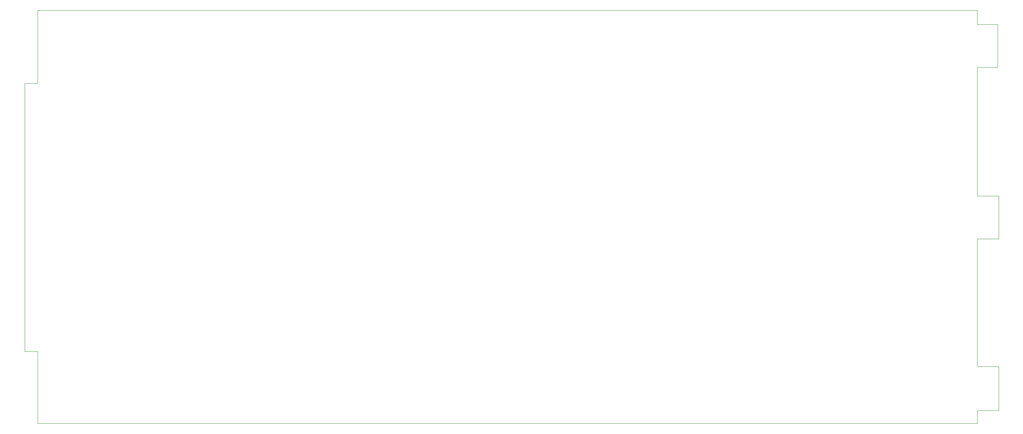
<source format=gm1>
G04 #@! TF.GenerationSoftware,KiCad,Pcbnew,(6.0.10-0)*
G04 #@! TF.CreationDate,2023-01-03T15:37:51-08:00*
G04 #@! TF.ProjectId,lasagna-motherboard,6c617361-676e-4612-9d6d-6f7468657262,v0.1*
G04 #@! TF.SameCoordinates,Original*
G04 #@! TF.FileFunction,Profile,NP*
%FSLAX46Y46*%
G04 Gerber Fmt 4.6, Leading zero omitted, Abs format (unit mm)*
G04 Created by KiCad (PCBNEW (6.0.10-0)) date 2023-01-03 15:37:51*
%MOMM*%
%LPD*%
G01*
G04 APERTURE LIST*
G04 #@! TA.AperFunction,Profile*
%ADD10C,0.100000*%
G04 #@! TD*
G04 APERTURE END LIST*
D10*
X265684000Y-147574000D02*
X260604000Y-147574000D01*
X265684000Y-157988000D02*
X265684000Y-147574000D01*
X265430000Y-66548000D02*
X260604000Y-66548000D01*
X38354000Y-161036000D02*
X260604000Y-161036000D01*
X38354000Y-80518000D02*
X35306000Y-80518000D01*
X265430000Y-76708000D02*
X265430000Y-66548000D01*
X38354000Y-144018000D02*
X38354000Y-161036000D01*
X260604000Y-66548000D02*
X260604000Y-63246000D01*
X260604000Y-117348000D02*
X265684000Y-117348000D01*
X35306000Y-144018000D02*
X38354000Y-144018000D01*
X265684000Y-117348000D02*
X265684000Y-107188000D01*
X260604000Y-107188000D02*
X260604000Y-76708000D01*
X265684000Y-107188000D02*
X260604000Y-107188000D01*
X38354000Y-63246000D02*
X38354000Y-80518000D01*
X260604000Y-157988000D02*
X265684000Y-157988000D01*
X260604000Y-76708000D02*
X265430000Y-76708000D01*
X260604000Y-161036000D02*
X260604000Y-157988000D01*
X35306000Y-80518000D02*
X35306000Y-144018000D01*
X260604000Y-147574000D02*
X260604000Y-117348000D01*
X260604000Y-63246000D02*
X38354000Y-63246000D01*
M02*

</source>
